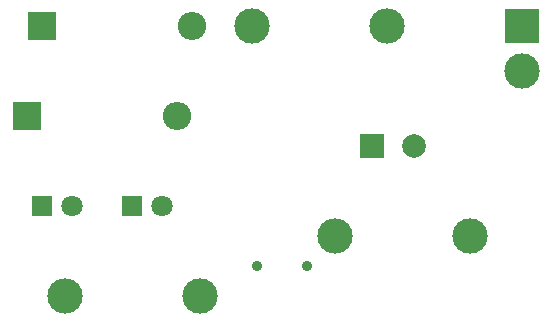
<source format=gbr>
%TF.GenerationSoftware,KiCad,Pcbnew,(6.0.4)*%
%TF.CreationDate,2022-05-29T20:56:59+05:30*%
%TF.ProjectId,bike turning signal indicator circuit,62696b65-2074-4757-926e-696e67207369,rev?*%
%TF.SameCoordinates,Original*%
%TF.FileFunction,Soldermask,Bot*%
%TF.FilePolarity,Negative*%
%FSLAX46Y46*%
G04 Gerber Fmt 4.6, Leading zero omitted, Abs format (unit mm)*
G04 Created by KiCad (PCBNEW (6.0.4)) date 2022-05-29 20:56:59*
%MOMM*%
%LPD*%
G01*
G04 APERTURE LIST*
%ADD10C,0.900000*%
%ADD11R,2.400000X2.400000*%
%ADD12O,2.400000X2.400000*%
%ADD13C,3.000000*%
%ADD14O,3.000000X3.000000*%
%ADD15R,1.800000X1.800000*%
%ADD16C,1.800000*%
%ADD17R,2.000000X2.000000*%
%ADD18C,2.000000*%
%ADD19R,3.000000X3.000000*%
G04 APERTURE END LIST*
D10*
%TO.C,SW1*%
X129125000Y-81280000D03*
X124875000Y-81280000D03*
%TD*%
D11*
%TO.C,D3*%
X106680000Y-60960000D03*
D12*
X119380000Y-60960000D03*
%TD*%
D13*
%TO.C,R3*%
X124460000Y-60960000D03*
D14*
X135860000Y-60960000D03*
%TD*%
D15*
%TO.C,D4*%
X114300000Y-76200000D03*
D16*
X116840000Y-76200000D03*
%TD*%
D13*
%TO.C,R2*%
X142860000Y-78740000D03*
D14*
X131460000Y-78740000D03*
%TD*%
D15*
%TO.C,D1*%
X106680000Y-76200000D03*
D16*
X109220000Y-76200000D03*
%TD*%
D11*
%TO.C,D2*%
X105410000Y-68580000D03*
D12*
X118110000Y-68580000D03*
%TD*%
D17*
%TO.C,C1*%
X134620000Y-71120000D03*
D18*
X138120000Y-71120000D03*
%TD*%
D19*
%TO.C,B1*%
X147320000Y-60960000D03*
D13*
X147320000Y-64840000D03*
%TD*%
%TO.C,R1*%
X120000000Y-83820000D03*
D14*
X108600000Y-83820000D03*
%TD*%
M02*

</source>
